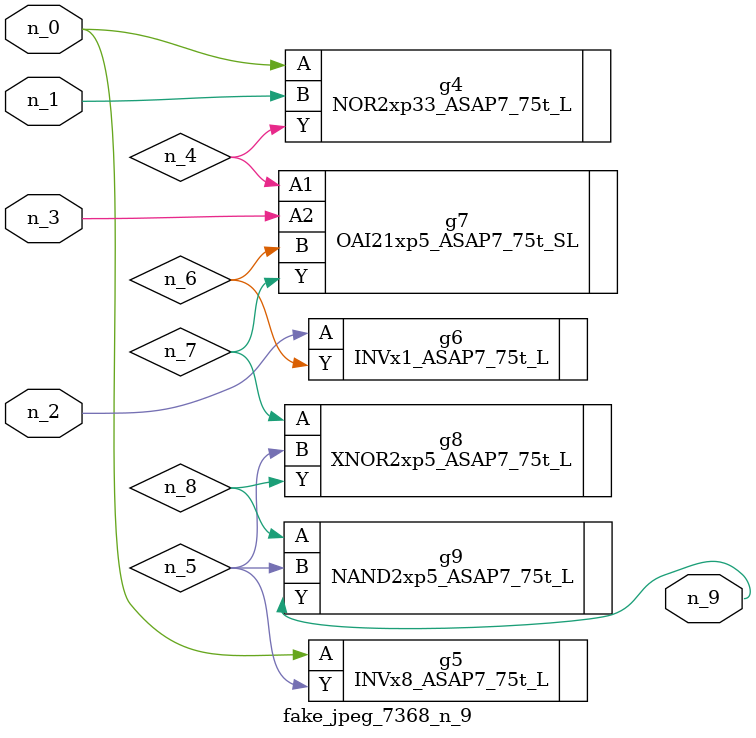
<source format=v>
module fake_jpeg_7368_n_9 (n_0, n_3, n_2, n_1, n_9);

input n_0;
input n_3;
input n_2;
input n_1;

output n_9;

wire n_4;
wire n_8;
wire n_6;
wire n_5;
wire n_7;

NOR2xp33_ASAP7_75t_L g4 ( 
.A(n_0),
.B(n_1),
.Y(n_4)
);

INVx8_ASAP7_75t_L g5 ( 
.A(n_0),
.Y(n_5)
);

INVx1_ASAP7_75t_L g6 ( 
.A(n_2),
.Y(n_6)
);

OAI21xp5_ASAP7_75t_SL g7 ( 
.A1(n_4),
.A2(n_3),
.B(n_6),
.Y(n_7)
);

XNOR2xp5_ASAP7_75t_L g8 ( 
.A(n_7),
.B(n_5),
.Y(n_8)
);

NAND2xp5_ASAP7_75t_L g9 ( 
.A(n_8),
.B(n_5),
.Y(n_9)
);


endmodule
</source>
